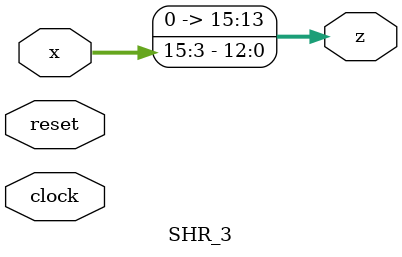
<source format=v>
module SHR_3(

    clock,
    reset,
    x,
    z);

input [15:0] x;
output [15:0] z;
input clock;
input reset;
wire [15:0] x;
wire [15:0] z;
assign z = x >> 3;
endmodule //SHR_3

</source>
